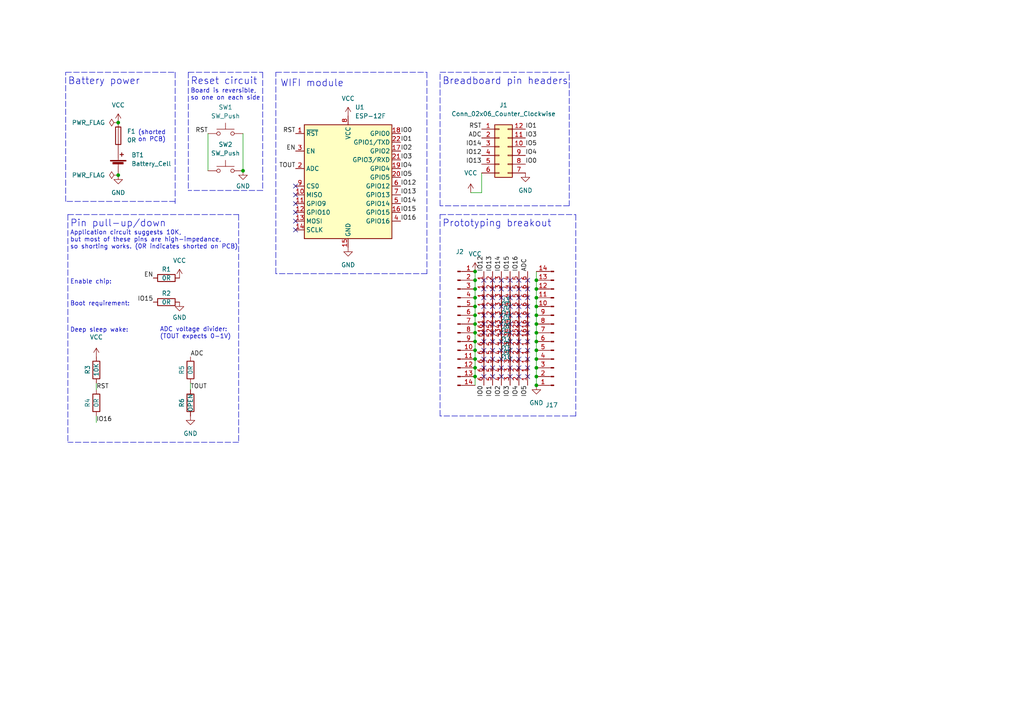
<source format=kicad_sch>
(kicad_sch (version 20211123) (generator eeschema)
  (paper "A4")
  (lib_symbols
    (symbol "Connector:Conn_01x06_Male" (pin_names (offset 1.016) hide)
      (property "Reference" "J" (at 0 7.62 0))
      (property "Value" "Conn_01x06_Male" (at 0 -10.16 0))
      (symbol "Conn_01x06_Male_1_1"
        (polyline (pts (xy 1.27 -7.62) (xy 0.8636 -7.62)) (stroke (width 0.1524)))
        (polyline (pts (xy 1.27 -5.08) (xy 0.8636 -5.08)) (stroke (width 0.1524)))
        (polyline (pts (xy 1.27 -2.54) (xy 0.8636 -2.54)) (stroke (width 0.1524)))
        (polyline (pts (xy 1.27 0) (xy 0.8636 0)) (stroke (width 0.1524)))
        (polyline (pts (xy 1.27 2.54) (xy 0.8636 2.54)) (stroke (width 0.1524)))
        (polyline (pts (xy 1.27 5.08) (xy 0.8636 5.08)) (stroke (width 0.1524)))
        (rectangle (start 0.8636 -7.493) (end 0 -7.747) (stroke (width 0.1524)) (fill (type outline)))
        (rectangle (start 0.8636 -4.953) (end 0 -5.207) (stroke (width 0.1524)) (fill (type outline)))
        (rectangle (start 0.8636 -2.413) (end 0 -2.667) (stroke (width 0.1524)) (fill (type outline)))
        (rectangle (start 0.8636 0.127) (end 0 -0.127) (stroke (width 0.1524)) (fill (type outline)))
        (rectangle (start 0.8636 2.667) (end 0 2.413) (stroke (width 0.1524)) (fill (type outline)))
        (rectangle (start 0.8636 5.207) (end 0 4.953) (stroke (width 0.1524)) (fill (type outline)))
        (pin passive line (at 5.08 5.08 180) (length 3.81) (name "Pin_1") (number "1"))
        (pin passive line (at 5.08 2.54 180) (length 3.81) (name "Pin_2") (number "2"))
        (pin passive line (at 5.08 0 180) (length 3.81) (name "Pin_3") (number "3"))
        (pin passive line (at 5.08 -2.54 180) (length 3.81) (name "Pin_4") (number "4"))
        (pin passive line (at 5.08 -5.08 180) (length 3.81) (name "Pin_5") (number "5"))
        (pin passive line (at 5.08 -7.62 180) (length 3.81) (name "Pin_6") (number "6"))
      )
    )
    (symbol "Connector:Conn_01x14_Male" (pin_names (offset 1.016) hide)
      (property "Reference" "J" (at 0 17.78 0))
      (property "Value" "Conn_01x14_Male" (at 0 -20.32 0))
      (symbol "Conn_01x14_Male_1_1"
        (polyline (pts (xy 1.27 -17.78) (xy 0.8636 -17.78)) (stroke (width 0.1524)))
        (polyline (pts (xy 1.27 -15.24) (xy 0.8636 -15.24)) (stroke (width 0.1524)))
        (polyline (pts (xy 1.27 -12.7) (xy 0.8636 -12.7)) (stroke (width 0.1524)))
        (polyline (pts (xy 1.27 -10.16) (xy 0.8636 -10.16)) (stroke (width 0.1524)))
        (polyline (pts (xy 1.27 -7.62) (xy 0.8636 -7.62)) (stroke (width 0.1524)))
        (polyline (pts (xy 1.27 -5.08) (xy 0.8636 -5.08)) (stroke (width 0.1524)))
        (polyline (pts (xy 1.27 -2.54) (xy 0.8636 -2.54)) (stroke (width 0.1524)))
        (polyline (pts (xy 1.27 0) (xy 0.8636 0)) (stroke (width 0.1524)))
        (polyline (pts (xy 1.27 2.54) (xy 0.8636 2.54)) (stroke (width 0.1524)))
        (polyline (pts (xy 1.27 5.08) (xy 0.8636 5.08)) (stroke (width 0.1524)))
        (polyline (pts (xy 1.27 7.62) (xy 0.8636 7.62)) (stroke (width 0.1524)))
        (polyline (pts (xy 1.27 10.16) (xy 0.8636 10.16)) (stroke (width 0.1524)))
        (polyline (pts (xy 1.27 12.7) (xy 0.8636 12.7)) (stroke (width 0.1524)))
        (polyline (pts (xy 1.27 15.24) (xy 0.8636 15.24)) (stroke (width 0.1524)))
        (rectangle (start 0.8636 -17.653) (end 0 -17.907) (stroke (width 0.1524)) (fill (type outline)))
        (rectangle (start 0.8636 -15.113) (end 0 -15.367) (stroke (width 0.1524)) (fill (type outline)))
        (rectangle (start 0.8636 -12.573) (end 0 -12.827) (stroke (width 0.1524)) (fill (type outline)))
        (rectangle (start 0.8636 -10.033) (end 0 -10.287) (stroke (width 0.1524)) (fill (type outline)))
        (rectangle (start 0.8636 -7.493) (end 0 -7.747) (stroke (width 0.1524)) (fill (type outline)))
        (rectangle (start 0.8636 -4.953) (end 0 -5.207) (stroke (width 0.1524)) (fill (type outline)))
        (rectangle (start 0.8636 -2.413) (end 0 -2.667) (stroke (width 0.1524)) (fill (type outline)))
        (rectangle (start 0.8636 0.127) (end 0 -0.127) (stroke (width 0.1524)) (fill (type outline)))
        (rectangle (start 0.8636 2.667) (end 0 2.413) (stroke (width 0.1524)) (fill (type outline)))
        (rectangle (start 0.8636 5.207) (end 0 4.953) (stroke (width 0.1524)) (fill (type outline)))
        (rectangle (start 0.8636 7.747) (end 0 7.493) (stroke (width 0.1524)) (fill (type outline)))
        (rectangle (start 0.8636 10.287) (end 0 10.033) (stroke (width 0.1524)) (fill (type outline)))
        (rectangle (start 0.8636 12.827) (end 0 12.573) (stroke (width 0.1524)) (fill (type outline)))
        (rectangle (start 0.8636 15.367) (end 0 15.113) (stroke (width 0.1524)) (fill (type outline)))
        (pin passive line (at 5.08 15.24 180) (length 3.81) (name "Pin_1") (number "1"))
        (pin passive line (at 5.08 -7.62 180) (length 3.81) (name "Pin_10") (number "10"))
        (pin passive line (at 5.08 -10.16 180) (length 3.81) (name "Pin_11") (number "11"))
        (pin passive line (at 5.08 -12.7 180) (length 3.81) (name "Pin_12") (number "12"))
        (pin passive line (at 5.08 -15.24 180) (length 3.81) (name "Pin_13") (number "13"))
        (pin passive line (at 5.08 -17.78 180) (length 3.81) (name "Pin_14") (number "14"))
        (pin passive line (at 5.08 12.7 180) (length 3.81) (name "Pin_2") (number "2"))
        (pin passive line (at 5.08 10.16 180) (length 3.81) (name "Pin_3") (number "3"))
        (pin passive line (at 5.08 7.62 180) (length 3.81) (name "Pin_4") (number "4"))
        (pin passive line (at 5.08 5.08 180) (length 3.81) (name "Pin_5") (number "5"))
        (pin passive line (at 5.08 2.54 180) (length 3.81) (name "Pin_6") (number "6"))
        (pin passive line (at 5.08 0 180) (length 3.81) (name "Pin_7") (number "7"))
        (pin passive line (at 5.08 -2.54 180) (length 3.81) (name "Pin_8") (number "8"))
        (pin passive line (at 5.08 -5.08 180) (length 3.81) (name "Pin_9") (number "9"))
      )
    )
    (symbol "Connector_Generic:Conn_02x06_Counter_Clockwise" (pin_names (offset 1.016) hide)
      (property "Reference" "J" (at 1.27 7.62 0))
      (property "Value" "Conn_02x06_Counter_Clockwise" (at 1.27 -10.16 0))
      (symbol "Conn_02x06_Counter_Clockwise_1_1"
        (rectangle (start -1.27 -7.493) (end 0 -7.747) (stroke (width 0.1524)))
        (rectangle (start -1.27 -4.953) (end 0 -5.207) (stroke (width 0.1524)))
        (rectangle (start -1.27 -2.413) (end 0 -2.667) (stroke (width 0.1524)))
        (rectangle (start -1.27 0.127) (end 0 -0.127) (stroke (width 0.1524)))
        (rectangle (start -1.27 2.667) (end 0 2.413) (stroke (width 0.1524)))
        (rectangle (start -1.27 5.207) (end 0 4.953) (stroke (width 0.1524)))
        (rectangle (start -1.27 6.35) (end 3.81 -8.89) (stroke (width 0.254)) (fill (type background)))
        (rectangle (start 3.81 -7.493) (end 2.54 -7.747) (stroke (width 0.1524)))
        (rectangle (start 3.81 -4.953) (end 2.54 -5.207) (stroke (width 0.1524)))
        (rectangle (start 3.81 -2.413) (end 2.54 -2.667) (stroke (width 0.1524)))
        (rectangle (start 3.81 0.127) (end 2.54 -0.127) (stroke (width 0.1524)))
        (rectangle (start 3.81 2.667) (end 2.54 2.413) (stroke (width 0.1524)))
        (rectangle (start 3.81 5.207) (end 2.54 4.953) (stroke (width 0.1524)))
        (pin passive line (at -5.08 5.08 0) (length 3.81) (name "Pin_1") (number "1"))
        (pin passive line (at 7.62 0 180) (length 3.81) (name "Pin_10") (number "10"))
        (pin passive line (at 7.62 2.54 180) (length 3.81) (name "Pin_11") (number "11"))
        (pin passive line (at 7.62 5.08 180) (length 3.81) (name "Pin_12") (number "12"))
        (pin passive line (at -5.08 2.54 0) (length 3.81) (name "Pin_2") (number "2"))
        (pin passive line (at -5.08 0 0) (length 3.81) (name "Pin_3") (number "3"))
        (pin passive line (at -5.08 -2.54 0) (length 3.81) (name "Pin_4") (number "4"))
        (pin passive line (at -5.08 -5.08 0) (length 3.81) (name "Pin_5") (number "5"))
        (pin passive line (at -5.08 -7.62 0) (length 3.81) (name "Pin_6") (number "6"))
        (pin passive line (at 7.62 -7.62 180) (length 3.81) (name "Pin_7") (number "7"))
        (pin passive line (at 7.62 -5.08 180) (length 3.81) (name "Pin_8") (number "8"))
        (pin passive line (at 7.62 -2.54 180) (length 3.81) (name "Pin_9") (number "9"))
      )
    )
    (symbol "Device:Battery_Cell" (pin_numbers hide) (pin_names (offset 0) hide)
      (property "Reference" "BT" (at 2.54 2.54 0))
      (property "Value" "Battery_Cell" (at 2.54 0 0))
      (symbol "Battery_Cell_0_1"
        (rectangle (start -2.286 1.778) (end 2.286 1.524) (fill (type outline)))
        (rectangle (start -1.5748 1.1938) (end 1.4732 0.6858) (fill (type outline)))
        (polyline (pts (xy 0 0.762) (xy 0 0)))
        (polyline (pts (xy 0 1.778) (xy 0 2.54)))
        (polyline (pts (xy 0.508 3.429) (xy 1.524 3.429)) (stroke (width 0.254)))
        (polyline (pts (xy 1.016 3.937) (xy 1.016 2.921)) (stroke (width 0.254)))
      )
      (symbol "Battery_Cell_1_1"
        (pin passive line (at 0 5.08 270) (length 2.54) (name "+") (number "1"))
        (pin passive line (at 0 -2.54 90) (length 2.54) (name "-") (number "2"))
      )
    )
    (symbol "Device:Fuse" (pin_numbers hide) (pin_names (offset 0))
      (property "Reference" "F" (at 2.032 0 90))
      (property "Value" "Fuse" (at -1.905 0 90))
      (symbol "Fuse_0_1"
        (rectangle (start -0.762 -2.54) (end 0.762 2.54) (stroke (width 0.254)))
        (polyline (pts (xy 0 2.54) (xy 0 -2.54)))
      )
      (symbol "Fuse_1_1"
        (pin passive line (at 0 3.81 270) (length 1.27) (name "~") (number "1"))
        (pin passive line (at 0 -3.81 90) (length 1.27) (name "~") (number "2"))
      )
    )
    (symbol "Device:R" (pin_numbers hide) (pin_names (offset 0))
      (property "Reference" "R" (at 2.032 0 90))
      (property "Value" "R" (at 0 0 90))
      (symbol "R_0_1"
        (rectangle (start -1.016 -2.54) (end 1.016 2.54) (stroke (width 0.254)))
      )
      (symbol "R_1_1"
        (pin passive line (at 0 3.81 270) (length 1.27) (name "~") (number "1"))
        (pin passive line (at 0 -3.81 90) (length 1.27) (name "~") (number "2"))
      )
    )
    (symbol "RF_Module:ESP-12F"
      (property "Reference" "U" (at -12.7 19.05 0))
      (property "Value" "ESP-12F" (at 12.7 19.05 0))
      (symbol "ESP-12F_0_1"
        (rectangle (start -12.7 17.78) (end 12.7 -15.24) (stroke (width 0.254)) (fill (type background)))
      )
      (symbol "ESP-12F_1_1"
        (pin input line (at -15.24 15.24 0) (length 2.54) (name "~{RST}") (number "1"))
        (pin bidirectional line (at -15.24 -2.54 0) (length 2.54) (name "MISO") (number "10"))
        (pin bidirectional line (at -15.24 -5.08 0) (length 2.54) (name "GPIO9") (number "11"))
        (pin bidirectional line (at -15.24 -7.62 0) (length 2.54) (name "GPIO10") (number "12"))
        (pin bidirectional line (at -15.24 -10.16 0) (length 2.54) (name "MOSI") (number "13"))
        (pin bidirectional line (at -15.24 -12.7 0) (length 2.54) (name "SCLK") (number "14"))
        (pin power_in line (at 0 -17.78 90) (length 2.54) (name "GND") (number "15"))
        (pin bidirectional line (at 15.24 -7.62 180) (length 2.54) (name "GPIO15") (number "16"))
        (pin bidirectional line (at 15.24 10.16 180) (length 2.54) (name "GPIO2") (number "17"))
        (pin bidirectional line (at 15.24 15.24 180) (length 2.54) (name "GPIO0") (number "18"))
        (pin bidirectional line (at 15.24 5.08 180) (length 2.54) (name "GPIO4") (number "19"))
        (pin input line (at -15.24 5.08 0) (length 2.54) (name "ADC") (number "2"))
        (pin bidirectional line (at 15.24 2.54 180) (length 2.54) (name "GPIO5") (number "20"))
        (pin bidirectional line (at 15.24 7.62 180) (length 2.54) (name "GPIO3/RXD") (number "21"))
        (pin bidirectional line (at 15.24 12.7 180) (length 2.54) (name "GPIO1/TXD") (number "22"))
        (pin input line (at -15.24 10.16 0) (length 2.54) (name "EN") (number "3"))
        (pin bidirectional line (at 15.24 -10.16 180) (length 2.54) (name "GPIO16") (number "4"))
        (pin bidirectional line (at 15.24 -5.08 180) (length 2.54) (name "GPIO14") (number "5"))
        (pin bidirectional line (at 15.24 0 180) (length 2.54) (name "GPIO12") (number "6"))
        (pin bidirectional line (at 15.24 -2.54 180) (length 2.54) (name "GPIO13") (number "7"))
        (pin power_in line (at 0 20.32 270) (length 2.54) (name "VCC") (number "8"))
        (pin input line (at -15.24 0 0) (length 2.54) (name "CS0") (number "9"))
      )
    )
    (symbol "Switch:SW_Push" (pin_numbers hide) (pin_names (offset 1.016) hide)
      (property "Reference" "SW" (at 1.27 2.54 0))
      (property "Value" "SW_Push" (at 0 -1.524 0))
      (symbol "SW_Push_0_1"
        (circle (center -2.032 0) (radius 0.508))
        (polyline (pts (xy 0 1.27) (xy 0 3.048)))
        (polyline (pts (xy 2.54 1.27) (xy -2.54 1.27)))
        (circle (center 2.032 0) (radius 0.508))
        (pin passive line (at -5.08 0 0) (length 2.54) (name "1") (number "1"))
        (pin passive line (at 5.08 0 180) (length 2.54) (name "2") (number "2"))
      )
    )
    (symbol "power:GND" (power) (pin_names (offset 0))
      (property "Value" "GND" (at 0 -3.81 0))
      (symbol "GND_0_1"
        (polyline (pts (xy 0 0) (xy 0 -1.27) (xy 1.27 -1.27) (xy 0 -2.54) (xy -1.27 -1.27) (xy 0 -1.27)))
      )
      (symbol "GND_1_1"
        (pin power_in line (at 0 0 270) (length 0) hide (name "GND") (number "1"))
      )
    )
    (symbol "power:PWR_FLAG" (power) (pin_numbers hide) (pin_names (offset 0) hide)
      (property "Value" "PWR_FLAG" (at 0 3.81 0))
      (symbol "PWR_FLAG_0_0"
        (pin power_out line (at 0 0 90) (length 0) (name "pwr") (number "1"))
      )
      (symbol "PWR_FLAG_0_1"
        (polyline (pts (xy 0 0) (xy 0 1.27) (xy -1.016 1.905) (xy 0 2.54) (xy 1.016 1.905) (xy 0 1.27)))
      )
    )
    (symbol "power:VCC" (power) (pin_names (offset 0))
      (property "Value" "VCC" (at 0 3.81 0))
      (symbol "VCC_0_1"
        (polyline (pts (xy -0.762 1.27) (xy 0 2.54)))
        (polyline (pts (xy 0 0) (xy 0 2.54)))
        (polyline (pts (xy 0 2.54) (xy 0.762 1.27)))
      )
      (symbol "VCC_1_1"
        (pin power_in line (at 0 0 90) (length 0) hide (name "VCC") (number "1"))
      )
    )
  )
  (junction (at 137.795 99.06))
  (junction (at 155.575 104.14))
  (junction (at 137.795 81.28))
  (junction (at 34.29 50.8))
  (junction (at 137.795 93.98))
  (junction (at 137.795 106.68))
  (junction (at 137.795 78.74))
  (junction (at 137.795 96.52))
  (junction (at 137.795 104.14))
  (junction (at 34.29 35.56))
  (junction (at 155.575 91.44))
  (junction (at 155.575 81.28))
  (junction (at 137.795 101.6))
  (junction (at 137.795 86.36))
  (junction (at 155.575 111.76))
  (junction (at 155.575 83.82))
  (junction (at 137.795 83.82))
  (junction (at 155.575 96.52))
  (junction (at 137.795 88.9))
  (junction (at 137.795 109.22))
  (junction (at 137.795 91.44))
  (junction (at 155.575 106.68))
  (junction (at 70.485 49.53))
  (junction (at 155.575 109.22))
  (junction (at 155.575 88.9))
  (junction (at 155.575 99.06))
  (junction (at 155.575 101.6))
  (junction (at 155.575 93.98))
  (junction (at 155.575 86.36))
  (no_connect (at 140.335 99.06))
  (no_connect (at 142.875 99.06))
  (no_connect (at 145.415 106.68))
  (no_connect (at 153.035 81.28))
  (no_connect (at 153.035 101.6))
  (no_connect (at 145.415 86.36))
  (no_connect (at 145.415 109.22))
  (no_connect (at 142.875 86.36))
  (no_connect (at 145.415 96.52))
  (no_connect (at 140.335 106.68))
  (no_connect (at 140.335 101.6))
  (no_connect (at 140.335 109.22))
  (no_connect (at 145.415 101.6))
  (no_connect (at 140.335 83.82))
  (no_connect (at 142.875 81.28))
  (no_connect (at 150.495 106.68))
  (no_connect (at 142.875 104.14))
  (no_connect (at 150.495 109.22))
  (no_connect (at 140.335 96.52))
  (no_connect (at 153.035 106.68))
  (no_connect (at 147.955 88.9))
  (no_connect (at 145.415 91.44))
  (no_connect (at 147.955 83.82))
  (no_connect (at 145.415 99.06))
  (no_connect (at 147.955 81.28))
  (no_connect (at 150.495 104.14))
  (no_connect (at 145.415 93.98))
  (no_connect (at 153.035 109.22))
  (no_connect (at 147.955 96.52))
  (no_connect (at 145.415 88.9))
  (no_connect (at 153.035 86.36))
  (no_connect (at 147.955 101.6))
  (no_connect (at 142.875 96.52))
  (no_connect (at 140.335 86.36))
  (no_connect (at 150.495 99.06))
  (no_connect (at 85.725 53.975))
  (no_connect (at 85.725 64.135))
  (no_connect (at 85.725 66.675))
  (no_connect (at 85.725 56.515))
  (no_connect (at 85.725 59.055))
  (no_connect (at 85.725 61.595))
  (no_connect (at 147.955 99.06))
  (no_connect (at 147.955 93.98))
  (no_connect (at 142.875 93.98))
  (no_connect (at 153.035 104.14))
  (no_connect (at 153.035 88.9))
  (no_connect (at 147.955 106.68))
  (no_connect (at 140.335 81.28))
  (no_connect (at 150.495 88.9))
  (no_connect (at 150.495 93.98))
  (no_connect (at 145.415 104.14))
  (no_connect (at 153.035 99.06))
  (no_connect (at 150.495 86.36))
  (no_connect (at 142.875 83.82))
  (no_connect (at 150.495 96.52))
  (no_connect (at 153.035 91.44))
  (no_connect (at 142.875 101.6))
  (no_connect (at 140.335 91.44))
  (no_connect (at 142.875 109.22))
  (no_connect (at 147.955 86.36))
  (no_connect (at 153.035 93.98))
  (no_connect (at 142.875 91.44))
  (no_connect (at 145.415 81.28))
  (no_connect (at 150.495 101.6))
  (no_connect (at 150.495 83.82))
  (no_connect (at 153.035 96.52))
  (no_connect (at 140.335 88.9))
  (no_connect (at 150.495 91.44))
  (no_connect (at 147.955 104.14))
  (no_connect (at 140.335 104.14))
  (no_connect (at 142.875 106.68))
  (no_connect (at 147.955 91.44))
  (no_connect (at 140.335 93.98))
  (no_connect (at 150.495 81.28))
  (no_connect (at 147.955 109.22))
  (no_connect (at 153.035 83.82))
  (no_connect (at 145.415 83.82))
  (no_connect (at 142.875 88.9))
  (wire (pts (xy 155.575 109.22) (xy 155.575 111.76)))
  (wire (pts (xy 139.7 55.88) (xy 139.7 50.165)))
  (wire (pts (xy 60.325 38.735) (xy 60.325 49.53)))
  (wire (pts (xy 137.795 78.74) (xy 137.795 81.28)))
  (wire (pts (xy 155.575 78.74) (xy 155.575 81.28)))
  (wire (pts (xy 27.94 120.65) (xy 27.94 122.555)))
  (polyline (pts (xy 127.635 20.955) (xy 165.1 20.955)))
  (polyline (pts (xy 19.685 62.23) (xy 19.685 128.27)))
  (polyline (pts (xy 50.8 58.42) (xy 19.05 58.42)))
  (polyline (pts (xy 127.635 120.65) (xy 127.635 62.23)))
  (wire (pts (xy 137.795 96.52) (xy 137.795 99.06)))
  (wire (pts (xy 137.795 83.82) (xy 137.795 86.36)))
  (polyline (pts (xy 80.01 79.375) (xy 80.01 20.955)))
  (polyline (pts (xy 127.635 62.23) (xy 167.005 62.23)))
  (wire (pts (xy 27.94 111.125) (xy 27.94 113.03)))
  (polyline (pts (xy 54.61 20.955) (xy 54.61 55.245)))
  (wire (pts (xy 70.485 38.735) (xy 70.485 49.53)))
  (polyline (pts (xy 50.8 20.955) (xy 50.8 59.055)))
  (wire (pts (xy 155.575 101.6) (xy 155.575 104.14)))
  (polyline (pts (xy 165.1 59.69) (xy 127.635 59.69)))
  (wire (pts (xy 137.795 101.6) (xy 137.795 104.14)))
  (wire (pts (xy 155.575 88.9) (xy 155.575 91.44)))
  (polyline (pts (xy 123.825 20.955) (xy 123.825 79.375)))
  (wire (pts (xy 137.795 88.9) (xy 137.795 91.44)))
  (polyline (pts (xy 19.05 20.955) (xy 50.8 20.955)))
  (wire (pts (xy 137.795 81.28) (xy 137.795 83.82)))
  (wire (pts (xy 155.575 99.06) (xy 155.575 101.6)))
  (wire (pts (xy 137.795 91.44) (xy 137.795 93.98)))
  (wire (pts (xy 55.245 111.125) (xy 55.245 113.03)))
  (wire (pts (xy 155.575 91.44) (xy 155.575 93.98)))
  (polyline (pts (xy 69.215 128.27) (xy 19.685 128.27)))
  (polyline (pts (xy 80.01 20.955) (xy 123.825 20.955)))
  (wire (pts (xy 155.575 83.82) (xy 155.575 86.36)))
  (wire (pts (xy 155.575 96.52) (xy 155.575 99.06)))
  (wire (pts (xy 137.795 104.14) (xy 137.795 106.68)))
  (polyline (pts (xy 167.005 62.23) (xy 167.005 120.65)))
  (wire (pts (xy 155.575 104.14) (xy 155.575 106.68)))
  (polyline (pts (xy 127.635 59.69) (xy 127.635 20.955)))
  (wire (pts (xy 137.795 99.06) (xy 137.795 101.6)))
  (wire (pts (xy 155.575 86.36) (xy 155.575 88.9)))
  (polyline (pts (xy 76.2 55.245) (xy 54.61 55.245)))
  (polyline (pts (xy 19.685 62.23) (xy 69.215 62.23)))
  (wire (pts (xy 155.575 93.98) (xy 155.575 96.52)))
  (polyline (pts (xy 123.825 79.375) (xy 80.01 79.375)))
  (wire (pts (xy 155.575 81.28) (xy 155.575 83.82)))
  (wire (pts (xy 137.795 109.22) (xy 137.795 111.76)))
  (polyline (pts (xy 19.05 58.42) (xy 19.05 20.955)))
  (wire (pts (xy 137.795 93.98) (xy 137.795 96.52)))
  (polyline (pts (xy 54.61 20.955) (xy 76.2 20.955)))
  (polyline (pts (xy 165.1 21.59) (xy 165.1 59.69)))
  (wire (pts (xy 137.795 106.68) (xy 137.795 109.22)))
  (wire (pts (xy 137.795 86.36) (xy 137.795 88.9)))
  (polyline (pts (xy 69.215 62.23) (xy 69.215 128.27)))
  (polyline (pts (xy 167.005 120.65) (xy 127.635 120.65)))
  (polyline (pts (xy 76.2 20.955) (xy 76.2 55.245)))
  (wire (pts (xy 136.525 55.88) (xy 139.7 55.88)))
  (wire (pts (xy 155.575 106.68) (xy 155.575 109.22)))
  (text "Reset circuit" (at 55.245 24.765 0) (effects (font (size 2 2)) (justify left bottom)))
  (text "Deep sleep wake:" (at 20.32 96.52 0) (effects (font (size 1.27 1.27)) (justify left bottom)))
  (text "(shorted\non PCB)" (at 40.005 41.275 0) (effects (font (size 1.27 1.27)) (justify left bottom)))
  (text "Prototyping breakout" (at 128.27 66.04 0) (effects (font (size 2 2)) (justify left bottom)))
  (text "Pin pull-up/down" (at 20.32 66.04 0) (effects (font (size 2 2)) (justify left bottom)))
  (text "Boot requirement:" (at 20.32 88.9 0) (effects (font (size 1.27 1.27)) (justify left bottom)))
  (text "Application circuit suggests 10K,\nbut most of these pins are high-impedance,\nso shorting works. (0R indicates shorted on PCB)" (at 20.32 72.39 0) (effects (font (size 1.27 1.27)) (justify left bottom)))
  (text "Enable chip:" (at 20.32 82.55 0) (effects (font (size 1.27 1.27)) (justify left bottom)))
  (text "Battery power" (at 19.685 24.765 0) (effects (font (size 2 2)) (justify left bottom)))
  (text "WIFI module" (at 81.28 25.4 0) (effects (font (size 2 2)) (justify left bottom)))
  (text "Board is reversible,\nso one on each side" (at 55.245 29.21 0) (effects (font (size 1.27 1.27)) (justify left bottom)))
  (text "Breadboard pin headers" (at 128.27 24.765 0) (effects (font (size 2 2)) (justify left bottom)))
  (text "ADC voltage divider:\n(TOUT expects 0-1V)" (at 46.355 98.425 0) (effects (font (size 1.27 1.27)) (justify left bottom)))
  (label "IO3" (at 116.205 46.355 0))
  (label "IO4" (at 150.495 111.76 270))
  (label "RST" (at 85.725 38.735 180))
  (label "RST" (at 27.94 113.03 0))
  (label "IO2" (at 145.415 111.76 270))
  (label "RST" (at 60.325 38.735 180))
  (label "IO0" (at 140.335 111.76 270))
  (label "IO13" (at 139.7 47.625 180))
  (label "IO12" (at 140.335 78.74 90))
  (label "IO14" (at 145.415 78.74 90))
  (label "IO1" (at 116.205 41.275 0))
  (label "IO1" (at 142.875 111.76 270))
  (label "IO15" (at 116.205 61.595 0))
  (label "TOUT" (at 55.245 113.03 0))
  (label "IO14" (at 139.7 42.545 180))
  (label "IO16" (at 150.495 78.74 90))
  (label "IO3" (at 152.4 40.005 0))
  (label "ADC" (at 139.7 40.005 180))
  (label "EN" (at 44.45 80.645 180))
  (label "IO1" (at 152.4 37.465 0))
  (label "IO5" (at 116.205 51.435 0))
  (label "IO16" (at 27.94 122.555 0))
  (label "ADC" (at 153.035 78.74 90))
  (label "IO12" (at 139.7 45.085 180))
  (label "IO12" (at 116.205 53.975 0))
  (label "IO13" (at 142.875 78.74 90))
  (label "IO4" (at 116.205 48.895 0))
  (label "ADC" (at 55.245 103.505 0))
  (label "IO16" (at 116.205 64.135 0))
  (label "IO5" (at 153.035 111.76 270))
  (label "IO0" (at 116.205 38.735 0))
  (label "IO15" (at 147.955 78.74 90))
  (label "EN" (at 85.725 43.815 180))
  (label "IO0" (at 152.4 47.625 0))
  (label "IO14" (at 116.205 59.055 0))
  (label "IO3" (at 147.955 111.76 270))
  (label "IO15" (at 44.45 87.63 180))
  (label "IO2" (at 116.205 43.815 0))
  (label "IO4" (at 152.4 45.085 0))
  (label "TOUT" (at 85.725 48.895 180))
  (label "IO13" (at 116.205 56.515 0))
  (label "RST" (at 139.7 37.465 180))
  (label "IO5" (at 152.4 42.545 0))
  (symbol (lib_id "Device:R") (at 27.94 107.315 0) (unit 1)
    (property "Reference" "R3" (at 25.4 108.585 90) (effects (justify left)))
    (property "Value" "10K" (at 27.94 109.22 90) (effects (justify left)))
    (property "Footprint" "Resistor_SMD:R_0603_1608Metric" (effects hide))
  )
  (symbol (lib_id "Connector:Conn_01x06_Male") (at 145.415 88.9 90) (unit 1)
    (property "Reference" "J5" (at 146.685 92.075 90))
    (property "Value" "Conn_01x06_Male" (effects hide))
    (property "Footprint" "2.54mm_Pin_Headers:Standalone_1x06" (effects hide))
  )
  (symbol (lib_id "power:GND") (at 100.965 71.755 0) (unit 1)
    (property "Reference" "#PWR04" (effects hide))
    (property "Value" "GND" (at 100.965 76.835 0))
  )
  (symbol (lib_id "Device:R") (at 55.245 107.315 0) (unit 1)
    (property "Reference" "R5" (at 52.705 107.315 90))
    (property "Value" "0R" (at 55.245 107.315 90))
    (property "Footprint" "KiCadBased:R_0603_1608Metric_Bridged" (effects hide))
  )
  (symbol (lib_id "Connector:Conn_01x06_Male") (at 147.955 93.98 270) (unit 1)
    (property "Reference" "J11" (at 146.685 90.805 90))
    (property "Value" "Conn_01x06_Male" (effects hide))
    (property "Footprint" "2.54mm_Pin_Headers:Standalone_1x06" (effects hide))
  )
  (symbol (lib_id "power:VCC") (at 52.07 80.645 0) (unit 1)
    (property "Reference" "#PWR0105" (effects hide))
    (property "Value" "VCC" (at 52.07 75.565 0))
  )
  (symbol (lib_id "Connector:Conn_01x06_Male") (at 145.415 96.52 90) (unit 1)
    (property "Reference" "J8" (at 146.685 99.695 90))
    (property "Value" "Conn_01x06_Male" (effects hide))
    (property "Footprint" "2.54mm_Pin_Headers:Standalone_1x06" (effects hide))
  )
  (symbol (lib_id "Device:R") (at 48.26 80.645 270) (unit 1)
    (property "Reference" "R1" (at 48.26 78.105 90))
    (property "Value" "0R" (at 48.26 80.645 90))
    (property "Footprint" "KiCadBased:R_0603_1608Metric_Bridged" (effects hide))
  )
  (symbol (lib_id "power:VCC") (at 27.94 103.505 0) (unit 1)
    (property "Reference" "#PWR0101" (effects hide))
    (property "Value" "VCC" (at 27.94 97.79 0))
  )
  (symbol (lib_id "power:GND") (at 34.29 50.8 0) (unit 1)
    (property "Reference" "#PWR02" (effects hide))
    (property "Value" "GND" (at 34.29 55.88 0))
  )
  (symbol (lib_id "power:VCC") (at 136.525 55.88 0) (unit 1)
    (property "Reference" "#PWR0103" (effects hide))
    (property "Value" "VCC" (at 136.525 50.165 0))
  )
  (symbol (lib_id "RF_Module:ESP-12F") (at 100.965 53.975 0) (unit 1)
    (property "Reference" "U1" (at 102.9844 31.115 0) (effects (justify left)))
    (property "Value" "ESP-12F" (at 102.9844 33.655 0) (effects (justify left)))
    (property "Footprint" "KiCadBased:ESP-12E_THT" (effects hide))
    (property "Datasheet" "http://wiki.ai-thinker.com/_media/esp8266/esp8266_series_modules_user_manual_v1.1.pdf" (effects hide))
  )
  (symbol (lib_id "Connector:Conn_01x06_Male") (at 147.955 96.52 270) (unit 1)
    (property "Reference" "J12" (at 146.685 93.345 90))
    (property "Value" "Conn_01x06_Male" (effects hide))
    (property "Footprint" "2.54mm_Pin_Headers:Standalone_1x06" (effects hide))
  )
  (symbol (lib_id "power:VCC") (at 100.965 33.655 0) (unit 1)
    (property "Reference" "#PWR03" (effects hide))
    (property "Value" "VCC" (at 100.965 28.575 0))
  )
  (symbol (lib_id "power:GND") (at 55.245 120.65 0) (unit 1)
    (property "Reference" "#PWR06" (effects hide))
    (property "Value" "GND" (at 55.245 125.73 0))
  )
  (symbol (lib_id "Device:R") (at 48.26 87.63 270) (unit 1)
    (property "Reference" "R2" (at 48.26 85.09 90))
    (property "Value" "0R" (at 48.26 87.63 90))
    (property "Footprint" "KiCadBased:R_0603_1608Metric_Bridged" (effects hide))
  )
  (symbol (lib_id "Connector:Conn_01x06_Male") (at 145.415 86.36 90) (unit 1)
    (property "Reference" "J4" (at 146.685 89.535 90))
    (property "Value" "Conn_01x06_Male" (effects hide))
    (property "Footprint" "2.54mm_Pin_Headers:Standalone_1x06" (effects hide))
  )
  (symbol (lib_id "Connector:Conn_01x06_Male") (at 145.415 91.44 90) (unit 1)
    (property "Reference" "J6" (at 146.685 94.615 90))
    (property "Value" "Conn_01x06_Male" (effects hide))
    (property "Footprint" "2.54mm_Pin_Headers:Standalone_1x06" (effects hide))
  )
  (symbol (lib_id "power:GND") (at 155.575 111.76 0) (unit 1)
    (property "Reference" "#PWR09" (effects hide))
    (property "Value" "GND" (at 155.575 116.84 0))
  )
  (symbol (lib_id "power:PWR_FLAG") (at 34.29 35.56 90) (unit 1)
    (property "Reference" "#FLG0101" (effects hide))
    (property "Value" "PWR_FLAG" (at 30.48 35.5599 90) (effects (justify left)))
  )
  (symbol (lib_id "Device:Fuse") (at 34.29 39.37 180) (unit 1)
    (property "Reference" "F1" (at 36.83 38.0999 0) (effects (justify right)))
    (property "Value" "0R" (at 36.83 40.6399 0) (effects (justify right)))
    (property "Footprint" "KiCadBased:Fuse_1812_4532Metric_Pad1.30x3.40mm_HandSolder" (effects hide))
  )
  (symbol (lib_id "Connector:Conn_01x14_Male") (at 160.655 96.52 180) (unit 1)
    (property "Reference" "J17" (at 160.02 117.475 0))
    (property "Value" "Conn_01x14_Male" (effects hide))
    (property "Footprint" "2.54mm_Pin_Headers:Standalone_1x14" (effects hide))
  )
  (symbol (lib_id "Connector:Conn_01x06_Male") (at 145.415 99.06 90) (unit 1)
    (property "Reference" "J9" (at 146.685 102.235 90))
    (property "Value" "Conn_01x06_Male" (effects hide))
    (property "Footprint" "2.54mm_Pin_Headers:Standalone_1x06" (effects hide))
  )
  (symbol (lib_id "power:VCC") (at 34.29 35.56 0) (unit 1)
    (property "Reference" "#PWR01" (effects hide))
    (property "Value" "VCC" (at 34.29 30.48 0))
  )
  (symbol (lib_id "power:VCC") (at 137.795 78.74 0) (unit 1)
    (property "Reference" "#PWR08" (effects hide))
    (property "Value" "VCC" (at 137.795 73.66 0))
  )
  (symbol (lib_id "Connector:Conn_01x06_Male") (at 145.415 93.98 90) (unit 1)
    (property "Reference" "J7" (at 146.685 97.155 90))
    (property "Value" "Conn_01x06_Male" (effects hide))
    (property "Footprint" "2.54mm_Pin_Headers:Standalone_1x06" (effects hide))
  )
  (symbol (lib_id "Device:R") (at 27.94 116.84 0) (unit 1)
    (property "Reference" "R4" (at 25.4 116.84 90))
    (property "Value" "0R" (at 27.94 116.84 90))
    (property "Footprint" "KiCadBased:R_0603_1608Metric_Bridged" (effects hide))
  )
  (symbol (lib_id "Connector:Conn_01x06_Male") (at 147.955 99.06 270) (unit 1)
    (property "Reference" "J13" (at 146.685 95.885 90))
    (property "Value" "Conn_01x06_Male" (effects hide))
    (property "Footprint" "2.54mm_Pin_Headers:Standalone_1x06" (effects hide))
  )
  (symbol (lib_id "power:GND") (at 52.07 87.63 0) (unit 1)
    (property "Reference" "#PWR0106" (effects hide))
    (property "Value" "GND" (at 52.07 92.075 0))
  )
  (symbol (lib_id "power:GND") (at 152.4 50.165 0) (unit 1)
    (property "Reference" "#PWR0104" (effects hide))
    (property "Value" "GND" (at 152.4 55.245 0))
  )
  (symbol (lib_id "Connector:Conn_01x14_Male") (at 132.715 93.98 0) (unit 1)
    (property "Reference" "J2" (at 133.35 73.025 0))
    (property "Value" "Conn_01x14_Male" (effects hide))
    (property "Footprint" "2.54mm_Pin_Headers:Standalone_1x14" (effects hide))
  )
  (symbol (lib_id "Connector_Generic:Conn_02x06_Counter_Clockwise") (at 144.78 42.545 0) (unit 1)
    (property "Reference" "J1" (at 146.05 30.48 0))
    (property "Value" "Conn_02x06_Counter_Clockwise" (at 146.05 33.02 0))
    (property "Footprint" "Package_DIP:DIP-12_W7.62mm" (effects hide))
  )
  (symbol (lib_id "Connector:Conn_01x06_Male") (at 147.955 104.14 270) (unit 1)
    (property "Reference" "J15" (at 146.685 100.965 90))
    (property "Value" "Conn_01x06_Male" (effects hide))
    (property "Footprint" "2.54mm_Pin_Headers:Standalone_1x06" (effects hide))
  )
  (symbol (lib_id "Switch:SW_Push") (at 65.405 38.735 0) (unit 1)
    (property "Reference" "SW1" (at 65.405 31.115 0))
    (property "Value" "SW_Push" (at 65.405 33.655 0))
    (property "Footprint" "Button_Switch_SMD:SW_SPST_SKQG_WithStem" (effects hide))
  )
  (symbol (lib_id "Switch:SW_Push") (at 65.405 49.53 0) (unit 1)
    (property "Reference" "SW2" (at 65.405 41.91 0))
    (property "Value" "SW_Push" (at 65.405 44.45 0))
    (property "Footprint" "Button_Switch_SMD:SW_SPST_SKQG_WithStem" (effects hide))
  )
  (symbol (lib_id "Device:Battery_Cell") (at 34.29 48.26 0) (unit 1)
    (property "Reference" "BT1" (at 38.1 44.9579 0) (effects (justify left)))
    (property "Value" "Battery_Cell" (at 38.1 47.4979 0) (effects (justify left)))
    (property "Footprint" "Battery:BatteryHolder_MPD_BH-18650-PC2" (effects hide))
  )
  (symbol (lib_id "power:GND") (at 70.485 49.53 0) (unit 1)
    (property "Reference" "#PWR05" (effects hide))
    (property "Value" "GND" (at 70.485 53.975 0))
  )
  (symbol (lib_id "power:PWR_FLAG") (at 34.29 50.8 90) (unit 1)
    (property "Reference" "#FLG0102" (effects hide))
    (property "Value" "PWR_FLAG" (at 30.48 50.7999 90) (effects (justify left)))
  )
  (symbol (lib_id "Connector:Conn_01x06_Male") (at 147.955 91.44 270) (unit 1)
    (property "Reference" "J10" (at 146.685 88.265 90))
    (property "Value" "Conn_01x06_Male" (effects hide))
    (property "Footprint" "2.54mm_Pin_Headers:Standalone_1x06" (effects hide))
  )
  (symbol (lib_id "Connector:Conn_01x06_Male") (at 145.415 83.82 90) (unit 1)
    (property "Reference" "J3" (at 146.685 86.995 90))
    (property "Value" "Conn_01x06_Male" (effects hide))
    (property "Footprint" "2.54mm_Pin_Headers:Standalone_1x06" (effects hide))
  )
  (symbol (lib_id "Device:R") (at 55.245 116.84 0) (unit 1)
    (property "Reference" "R6" (at 52.705 116.84 90))
    (property "Value" "OPEN" (at 55.245 116.84 90))
    (property "Footprint" "Resistor_SMD:R_0603_1608Metric" (effects hide))
  )
  (symbol (lib_id "Connector:Conn_01x06_Male") (at 147.955 106.68 270) (unit 1)
    (property "Reference" "J16" (at 146.685 103.505 90))
    (property "Value" "Conn_01x06_Male" (effects hide))
    (property "Footprint" "2.54mm_Pin_Headers:Standalone_1x06" (effects hide))
  )
  (symbol (lib_id "Connector:Conn_01x06_Male") (at 147.955 101.6 270) (unit 1)
    (property "Reference" "J14" (at 146.685 98.425 90))
    (property "Value" "Conn_01x06_Male" (effects hide))
    (property "Footprint" "2.54mm_Pin_Headers:Standalone_1x06" (effects hide))
  )
)
</source>
